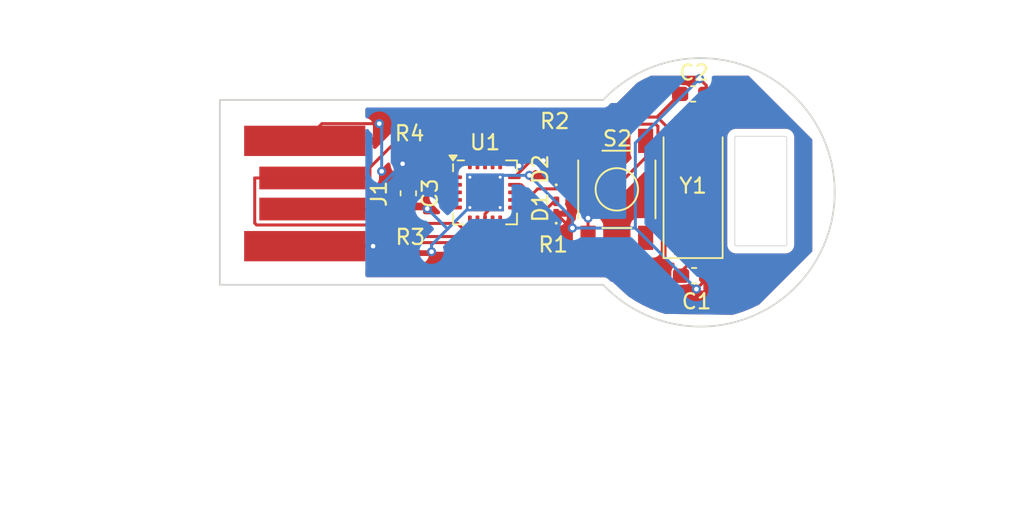
<source format=kicad_pcb>
(kicad_pcb (version 20240108) (generator "pcbnew") (generator_version "8.0")
  (layers (0 "F.Cu" signal) (31 "B.Cu" signal) (34 "B.Paste" user) (35 "F.Paste" user) (36 "B.SilkS" user "B.Silkscreen") (37 "F.SilkS" user "F.Silkscreen") (38 "B.Mask" user) (39 "F.Mask" user) (44 "Edge.Cuts" user))
  (net 0 "")
  (net 1 "GND")
  (net 2 "Net-(U1-XTAL1{slash}PB3)")
  (net 3 "Net-(U1-XTAL2{slash}PB4)")
  (net 4 "Net-(D1-A)")
  (net 5 "Net-(D2-A)")
  (net 6 "+5V")
  (net 7 "Net-(U1-~{RESET}{slash}PB5)")
  (net 8 "Net-(U1-PB2)")
  (net 9 "/Data+")
  (net 12 "/Data-")
  (footprint "Capacitor_SMD:C_0603_1608Metric_Pad1.08x0.95mm_HandSolder" (layer "F.Cu") (at 169.6375 77.1)
    (property "Reference" "C2" (at 0.0625 -1.4 0) (layer "F.SilkS"))
    (property "Value" "22pF" (hide yes))
    (fp_line (start -0.146267 -0.51) (end 0.146267 -0.51) (stroke (width 0.12)) (layer "F.SilkS"))
    (fp_line (start -0.146267 0.51) (end 0.146267 0.51) (stroke (width 0.12)) (layer "F.SilkS"))
    (pad "1" smd roundrect (at -0.8625 0) (size 1.075 0.95) (layers "F.Cu" "F.Paste" "F.Mask") (net 3 "Net-(U1-XTAL2{slash}PB4)") (clearance 0.1))
    (pad "2" smd roundrect (at 0.8625 0) (size 1.075 0.95) (layers "F.Cu" "F.Paste" "F.Mask") (net 1 "GND") (clearance 0.1))
  )
  (footprint "Resistor_SMD:R_0201_0603Metric_Pad0.64x0.40mm_HandSolder" (layer "F.Cu") (at 160.4 88.1)
    (property "Reference" "R1" (at 0 -1.05 0) (layer "F.SilkS"))
    (property "Value" "10k" (hide yes))
    (pad "1" smd roundrect (at -0.4075 0) (size 0.635 0.4) (layers "F.Cu" "F.Mask") (net 4 "Net-(D1-A)") (clearance 0.05))
    (pad "2" smd roundrect (at 0.4075 0) (size 0.635 0.4) (layers "F.Cu" "F.Mask") (net 6 "+5V") (clearance 0.05))
  )
  (footprint "PTS525SM15SMTR2LFS:SW_PTS525SM15SMTR2LFS" (layer "F.Cu") (at 164.6 83.4 -90)
    (property "Reference" "S2" (at -3.35 -0.03 0) (layer "F.SilkS") (effects (font (size 1.001496 1.001496))))
    (property "Value" "PTS525SM15SMTR2LFS" (hide yes))
    (fp_line (start -1.9125 2.55) (end 1.9125 2.55) (stroke (width 0.127)) (layer "F.SilkS"))
    (fp_line (start -2.55 -0.95625) (end -2.55 0.95625) (stroke (width 0.127)) (layer "F.SilkS"))
    (fp_line (start 2.55 -0.95625) (end 2.55 0.95625) (stroke (width 0.127)) (layer "F.SilkS"))
    (fp_line (start -1.9125 -2.55) (end 1.9125 -2.55) (stroke (width 0.127)) (layer "F.SilkS"))
    (fp_circle (center 0 0) (end 1.4 0) (stroke (width 0.127)) (fill none) (layer "F.SilkS"))
    (pad "1" smd rect (at -3.2 -1.9 270) (size 1.6 1) (layers "F.Cu" "F.Paste" "F.Mask") (net 8 "Net-(U1-PB2)"))
    (pad "2" smd rect (at 3.2 -1.9 270) (size 1.6 1) (layers "F.Cu" "F.Paste" "F.Mask"))
    (pad "3" smd rect (at -3.2 1.9 270) (size 1.6 1) (layers "F.Cu" "F.Paste" "F.Mask"))
    (pad "4" smd rect (at 3.2 1.9 270) (size 1.6 1) (layers "F.Cu" "F.Paste" "F.Mask") (net 6 "+5V"))
  )
  (footprint "Crystal:Crystal_SMD_0603-2Pin_6.0x3.5mm_HandSoldering" (layer "F.Cu") (at 169.6335 83.1613 90)
    (property "Reference" "Y1" (at 0 0 0) (layer "F.SilkS"))
    (property "Value" "12MHz" (hide yes))
    (fp_line (start 3.2 -1.95) (end -4.775 -1.95) (stroke (width 0.12)) (layer "F.SilkS"))
    (fp_line (start -4.775 -1.95) (end -4.775 1.95) (stroke (width 0.12)) (layer "F.SilkS"))
    (fp_line (start -4.775 1.95) (end 3.2 1.95) (stroke (width 0.12)) (layer "F.SilkS"))
    (pad "1" smd rect (at -2.9125 0 90) (size 3.325 2.5) (layers "F.Cu" "F.Paste" "F.Mask") (net 2 "Net-(U1-XTAL1{slash}PB3)"))
    (pad "2" smd rect (at 2.9125 0 90) (size 3.325 2.5) (layers "F.Cu" "F.Paste" "F.Mask") (net 3 "Net-(U1-XTAL2{slash}PB4)"))
  )
  (footprint "LED_SMD:LED_0201_0603Metric_Pad0.64x0.40mm_HandSolder" (layer "F.Cu") (at 160.6 84.6 90)
    (property "Reference" "D1" (at 0 -1.05 90) (layer "F.SilkS"))
    (property "Value" "LED RED" (hide yes))
    (fp_circle (center -1.035 0) (end -0.985 0) (stroke (width 0.1)) (fill none) (layer "F.SilkS"))
    (pad "1" smd roundrect (at -0.4075 0 90) (size 0.635 0.4) (layers "F.Cu" "F.Mask") (net 1 "GND") (clearance 0.05))
    (pad "2" smd roundrect (at 0.4075 0 90) (size 0.635 0.4) (layers "F.Cu" "F.Mask") (net 4 "Net-(D1-A)") (clearance 0.05))
  )
  (footprint "Resistor_SMD:R_0201_0603Metric_Pad0.64x0.40mm_HandSolder" (layer "F.Cu") (at 160.5 80.2)
    (property "Reference" "R2" (at 0 -1.3 0) (layer "F.SilkS"))
    (property "Value" "330" (hide yes))
    (pad "1" smd roundrect (at -0.4075 0) (size 0.635 0.4) (layers "F.Cu" "F.Mask") (net 7 "Net-(U1-~{RESET}{slash}PB5)") (clearance 0.05))
    (pad "2" smd roundrect (at 0.4075 0) (size 0.635 0.4) (layers "F.Cu" "F.Mask") (net 5 "Net-(D2-A)") (clearance 0.05))
  )
  (footprint "Resistor_SMD:R_0201_0603Metric_Pad0.64x0.40mm_HandSolder" (layer "F.Cu") (at 150.8675 80.7)
    (property "Reference" "R4" (at 0.0525 -0.99 0) (layer "F.SilkS"))
    (property "Value" "1k5" (hide yes))
    (pad "1" smd roundrect (at -0.4075 0) (size 0.635 0.4) (layers "F.Cu" "F.Mask") (net 6 "+5V") (clearance 0.05))
    (pad "2" smd roundrect (at 0.4075 0) (size 0.635 0.4) (layers "F.Cu" "F.Mask") (net 9 "/Data+") (clearance 0.05))
  )
  (footprint "USB-AM-S-X-X-TH:USB_PCB" (layer "F.Cu") (at 149.45 83.7 90)
    (property "Reference" "J1" (at 0 -0.55 90) (layer "F.SilkS"))
    (property "Value" "USB-AM-S-X-X-TH" (hide yes))
    (pad "01" smd rect (at -3.45 -5.45 90) (size 2 8) (layers "F.Cu" "F.Paste" "F.Mask") (net 6 "+5V"))
    (pad "02" smd rect (at -1 -4.95 90) (size 1.5 7) (layers "F.Cu" "F.Paste" "F.Mask") (net 12 "/Data-"))
    (pad "03" smd rect (at 1.05 -4.95 90) (size 1.5 7) (layers "F.Cu" "F.Paste" "F.Mask") (net 9 "/Data+"))
    (pad "04" smd rect (at 3.5 -5.45 90) (size 2 8) (layers "F.Cu" "F.Paste" "F.Mask") (net 1 "GND"))
  )
  (footprint "Capacitor_SMD:C_0603_1608Metric_Pad1.08x0.95mm_HandSolder" (layer "F.Cu") (at 150.8375 83.6625 -90)
    (property "Reference" "C3" (at 0 -1.43 90) (layer "F.SilkS"))
    (property "Value" "0.1uF" (hide yes))
    (fp_line (start -0.146267 0.51) (end 0.146267 0.51) (stroke (width 0.12)) (layer "F.SilkS"))
    (fp_line (start -0.146267 -0.51) (end 0.146267 -0.51) (stroke (width 0.12)) (layer "F.SilkS"))
    (pad "1" smd roundrect (at -0.8625 0 270) (size 1.075 0.95) (layers "F.Cu" "F.Paste" "F.Mask") (net 6 "+5V"))
    (pad "2" smd roundrect (at 0.8625 0 270) (size 1.075 0.95) (layers "F.Cu" "F.Paste" "F.Mask") (net 1 "GND"))
  )
  (footprint "Resistor_SMD:R_0201_0603Metric_Pad0.64x0.40mm_HandSolder" (layer "F.Cu") (at 150.9675 87.6)
    (property "Reference" "R3" (at 0 -1.05 0) (layer "F.SilkS"))
    (property "Value" "10k" (hide yes))
    (pad "1" smd roundrect (at -0.4075 0) (size 0.635 0.4) (layers "F.Cu" "F.Mask") (net 8 "Net-(U1-PB2)") (clearance 0.05))
    (pad "2" smd roundrect (at 0.4075 0) (size 0.635 0.4) (layers "F.Cu" "F.Mask") (net 1 "GND") (clearance 0.05))
  )
  (footprint "Capacitor_SMD:C_0603_1608Metric_Pad1.08x0.95mm_HandSolder" (layer "F.Cu") (at 169.7 89.1)
    (property "Reference" "C1" (at 0.1625 1.7 0) (layer "F.SilkS"))
    (property "Value" "22pF" (hide yes))
    (fp_line (start -0.146267 -0.51) (end 0.146267 -0.51) (stroke (width 0.12)) (layer "F.SilkS"))
    (fp_line (start -0.146267 0.51) (end 0.146267 0.51) (stroke (width 0.12)) (layer "F.SilkS"))
    (pad "1" smd roundrect (at -0.8625 0) (size 1.075 0.95) (layers "F.Cu" "F.Paste" "F.Mask") (net 2 "Net-(U1-XTAL1{slash}PB3)") (clearance 0.1))
    (pad "2" smd roundrect (at 0.8625 0) (size 1.075 0.95) (layers "F.Cu" "F.Paste" "F.Mask") (net 1 "GND") (clearance 0.1))
  )
  (footprint "Package_DFN_QFN:QFN-20-1EP_4x4mm_P0.5mm_EP2.5x2.5mm_ThermalVias" (layer "F.Cu") (at 155.9 83.6)
    (property "Reference" "U1" (at 0 -3.3 0) (layer "F.SilkS"))
    (property "Value" "ATtiny85-20M" (hide yes))
    (fp_line (start -2.11 -1.385) (end -2.11 -1.87) (stroke (width 0.12)) (layer "F.SilkS"))
    (fp_line (start -2.11 2.11) (end -2.11 1.385) (stroke (width 0.12)) (layer "F.SilkS"))
    (fp_line (start -1.385 -2.11) (end -1.81 -2.11) (stroke (width 0.12)) (layer "F.SilkS"))
    (fp_line (start -1.385 2.11) (end -2.11 2.11) (stroke (width 0.12)) (layer "F.SilkS"))
    (fp_line (start 1.385 -2.11) (end 2.11 -2.11) (stroke (width 0.12)) (layer "F.SilkS"))
    (fp_line (start 1.385 2.11) (end 2.11 2.11) (stroke (width 0.12)) (layer "F.SilkS"))
    (fp_line (start 2.11 -2.11) (end 2.11 -1.385) (stroke (width 0.12)) (layer "F.SilkS"))
    (fp_line (start 2.11 2.11) (end 2.11 1.385) (stroke (width 0.12)) (layer "F.SilkS"))
    (fp_poly (pts (xy -2.11 -2.11) (xy -2.35 -2.44) (xy -1.87 -2.44) (xy -2.11 -2.11)) (stroke (width 0.12)) (fill solid) (layer "F.SilkS"))
    (pad "1" smd roundrect (at -1.9375 -1) (size 0.825 0.25) (layers "F.Cu" "F.Paste" "F.Mask") (net 7 "Net-(U1-~{RESET}{slash}PB5)"))
    (pad "2" smd roundrect (at -1.9375 -0.5) (size 0.825 0.25) (layers "F.Cu" "F.Paste" "F.Mask") (net 2 "Net-(U1-XTAL1{slash}PB3)"))
    (pad "3" smd roundrect (at -1.9375 0) (size 0.825 0.25) (layers "F.Cu" "F.Paste" "F.Mask"))
    (pad "4" smd roundrect (at -1.9375 0.5) (size 0.825 0.25) (layers "F.Cu" "F.Paste" "F.Mask"))
    (pad "5" smd roundrect (at -1.9375 1) (size 0.825 0.25) (layers "F.Cu" "F.Paste" "F.Mask") (net 3 "Net-(U1-XTAL2{slash}PB4)"))
    (pad "6" smd roundrect (at -1 1.9375) (size 0.25 0.825) (layers "F.Cu" "F.Paste" "F.Mask"))
    (pad "7" smd roundrect (at -0.5 1.9375) (size 0.25 0.825) (layers "F.Cu" "F.Paste" "F.Mask"))
    (pad "8" smd roundrect (at 0 1.9375) (size 0.25 0.825) (layers "F.Cu" "F.Paste" "F.Mask") (net 1 "GND"))
    (pad "9" smd roundrect (at 0.5 1.9375) (size 0.25 0.825) (layers "F.Cu" "F.Paste" "F.Mask"))
    (pad "10" smd roundrect (at 1 1.9375) (size 0.25 0.825) (layers "F.Cu" "F.Paste" "F.Mask"))
    (pad "11" smd roundrect (at 1.9375 1) (size 0.825 0.25) (layers "F.Cu" "F.Paste" "F.Mask") (net 12 "/Data-"))
    (pad "12" smd roundrect (at 1.9375 0.5) (size 0.825 0.25) (layers "F.Cu" "F.Paste" "F.Mask") (net 9 "/Data+"))
    (pad "13" smd roundrect (at 1.9375 0) (size 0.825 0.25) (layers "F.Cu" "F.Paste" "F.Mask"))
    (pad "14" smd roundrect (at 1.9375 -0.5) (size 0.825 0.25) (layers "F.Cu" "F.Paste" "F.Mask") (net 8 "Net-(U1-PB2)"))
    (pad "15" smd roundrect (at 1.9375 -1) (size 0.825 0.25) (layers "F.Cu" "F.Paste" "F.Mask") (net 6 "+5V"))
    (pad "16" smd roundrect (at 1 -1.9375) (size 0.25 0.825) (layers "F.Cu" "F.Paste" "F.Mask"))
    (pad "17" smd roundrect (at 0.5 -1.9375) (size 0.25 0.825) (layers "F.Cu" "F.Paste" "F.Mask"))
    (pad "18" smd roundrect (at 0 -1.9375) (size 0.25 0.825) (layers "F.Cu" "F.Paste" "F.Mask"))
    (pad "19" smd roundrect (at -0.5 -1.9375) (size 0.25 0.825) (layers "F.Cu" "F.Paste" "F.Mask"))
    (pad "20" smd roundrect (at -1 -1.9375) (size 0.25 0.825) (layers "F.Cu" "F.Paste" "F.Mask"))
    (pad "21" thru_hole circle (at -1 -1) (size 0.5 0.5) (drill 0.2) (property pad_prop_heatsink) (layers "*.Cu") (net 1 "GND"))
    (pad "21" thru_hole circle (at -1 1) (size 0.5 0.5) (drill 0.2) (property pad_prop_heatsink) (layers "*.Cu") (net 1 "GND"))
    (pad "21" smd rect (at 0 0) (size 2.5 2.5) (property pad_prop_heatsink) (layers "F.Cu" "F.Mask") (net 1 "GND"))
    (pad "21" smd rect (at 0 0) (size 2.5 2.5) (property pad_prop_heatsink) (layers "B.Cu") (net 1 "GND"))
    (pad "21" thru_hole circle (at 1 -1) (size 0.5 0.5) (drill 0.2) (property pad_prop_heatsink) (layers "*.Cu") (net 1 "GND"))
    (pad "21" thru_hole circle (at 1 1) (size 0.5 0.5) (drill 0.2) (property pad_prop_heatsink) (layers "*.Cu") (net 1 "GND"))
  )
  (footprint "LED_SMD:LED_0201_0603Metric_Pad0.64x0.40mm_HandSolder" (layer "F.Cu") (at 160.6 82.0675 90)
    (property "Reference" "D2" (at 0 -1.05 90) (layer "F.SilkS"))
    (property "Value" "LED GREEN" (hide yes))
    (fp_circle (center -1.035 0) (end -0.985 0) (stroke (width 0.1)) (fill none) (layer "F.SilkS"))
    (pad "1" smd roundrect (at -0.4075 0 90) (size 0.635 0.4) (layers "F.Cu" "F.Mask") (net 1 "GND") (clearance 0.05))
    (pad "2" smd roundrect (at 0.4075 0 90) (size 0.635 0.4) (layers "F.Cu" "F.Mask") (net 5 "Net-(D2-A)") (clearance 0.05))
  )
  (gr_line (start 175.814644 87.029289) (end 175.814644 80) (stroke (width 0.05)) (layer "Edge.Cuts"))
  (gr_line (start 175.714644 79.9) (end 172.485355 79.9) (stroke (width 0.05)) (layer "Edge.Cuts"))
  (gr_line (start 175.714644 87.129289) (end 172.485355 87.129289) (stroke (width 0.05)) (layer "Edge.Cuts"))
  (gr_arc (start 175.814644 87.029289) (mid 175.785355 87.1) (end 175.714644 87.129289) (stroke (width 0.05)) (layer "Edge.Cuts"))
  (gr_arc (start 172.385355 80) (mid 172.414644 79.929289) (end 172.485355 79.9) (stroke (width 0.05)) (layer "Edge.Cuts"))
  (gr_line (start 138.4 89.7) (end 138.4 77.5) (stroke (width 0.12)) (layer "Edge.Cuts"))
  (gr_arc (start 172.485355 87.129289) (mid 172.414644 87.1) (end 172.385355 87.029289) (stroke (width 0.05)) (layer "Edge.Cuts"))
  (gr_line (start 163.7 77.5) (end 138.4 77.5) (stroke (width 0.12)) (layer "Edge.Cuts"))
  (gr_line (start 172.385355 87.029289) (end 172.385355 80) (stroke (width 0.05)) (layer "Edge.Cuts"))
  (gr_arc (start 163.697479 77.497606) (mid 178.98166 83.595644) (end 163.700001 89.699999) (stroke (width 0.12)) (layer "Edge.Cuts"))
  (gr_line (start 163.7 89.7) (end 138.4 89.7) (stroke (width 0.12)) (layer "Edge.Cuts"))
  (gr_arc (start 175.714644 79.9) (mid 175.785355 79.929289) (end 175.814644 80) (stroke (width 0.05)) (layer "Edge.Cuts"))
  (segment (start 148.9209 79.0625) (end 145.1375 79.0625) (width 0.2) (layer "F.Cu") (net 1))
  (segment (start 170.5 77.1) (end 170.5 76.5374) (width 0.2) (layer "F.Cu") (net 1))
  (segment (start 151.375 87.6) (end 151.4566 87.5184) (width 0.2) (layer "F.Cu") (net 1))
  (segment (start 160.6 82.475) (end 158.827 82.475) (width 0.2) (layer "F.Cu") (net 1))
  (segment (start 156.609 84.3089) (end 155.9 83.6) (width 0.2) (layer "F.Cu") (net 1))
  (segment (start 151.4566 87.5184) (end 152.3709 87.5184) (width 0.2) (layer "F.Cu") (net 1))
  (segment (start 156.9 84.6) (end 156.609 84.3089) (width 0.2) (layer "F.Cu") (net 1))
  (segment (start 155.9 85.0179) (end 155.9 85.5375) (width 0.2) (layer "F.Cu") (net 1))
  (segment (start 161.5469 85.9544) (end 161.6688 85.9544) (width 0.2) (layer "F.Cu") (net 1))
  (segment (start 145.1375 79.0625) (end 144 80.2) (width 0.2) (layer "F.Cu") (net 1))
  (segment (start 156.609 84.3089) (end 155.9 85.0179) (width 0.2) (layer "F.Cu") (net 1))
  (segment (start 150.9871 84.6746) (end 152.0881 84.6746) (width 0.2) (layer "F.Cu") (net 1))
  (segment (start 150.8375 84.525) (end 150.9871 84.6746) (width 0.2) (layer "F.Cu") (net 1))
  (segment (start 170.5625 89.2735) (end 170.5625 89.1) (width 0.2) (layer "F.Cu") (net 1))
  (segment (start 149.0785 82.2108) (end 149.0785 82.766) (width 0.2) (layer "F.Cu") (net 1))
  (segment (start 170.5 76.5374) (end 170.0625 76.0999) (width 0.2) (layer "F.Cu") (net 1))
  (segment (start 169.8521 89.9839) (end 170.5625 89.2735) (width 0.2) (layer "F.Cu") (net 1))
  (segment (start 149.0785 82.766) (end 150.8375 84.525) (width 0.2) (layer "F.Cu") (net 1))
  (segment (start 160.6 85.0075) (end 161.5469 85.9544) (width 0.2) (layer "F.Cu") (net 1))
  (via (at 149.0785 82.2108) (size 0.6) (drill 0.3) (layers "F.Cu" "B.Cu") (net 1))
  (via (at 169.8521 89.9839) (size 0.6) (drill 0.3) (layers "F.Cu" "B.Cu") (net 1))
  (via (at 152.3709 87.5184) (size 0.6) (drill 0.3) (layers "F.Cu" "B.Cu") (net 1))
  (via (at 170.0625 76.0999) (size 0.6) (drill 0.3) (layers "F.Cu" "B.Cu") (net 1))
  (via (at 152.0881 84.6746) (size 0.6) (drill 0.3) (layers "F.Cu" "B.Cu") (net 1))
  (via (at 158.827 82.475) (size 0.6) (drill 0.3) (layers "F.Cu" "B.Cu") (net 1))
  (via (at 161.6688 85.9544) (size 0.6) (drill 0.3) (layers "F.Cu" "B.Cu") (net 1))
  (via (at 148.9209 79.0625) (size 0.6) (drill 0.3) (layers "F.Cu" "B.Cu") (net 1))
  (segment (start 155.9 83.6) (end 156.9 82.6) (width 0.2) (layer "B.Cu") (net 1))
  (segment (start 154.842 84.6) (end 154.9 84.6) (width 0.2) (layer "B.Cu") (net 1))
  (segment (start 161.6688 85.3168) (end 158.827 82.475) (width 0.2) (layer "B.Cu") (net 1))
  (segment (start 152.3709 87.0711) (end 153.4278 86.0142) (width 0.2) (layer "B.Cu") (net 1))
  (segment (start 157.025 82.475) (end 158.827 82.475) (width 0.2) (layer "B.Cu") (net 1))
  (segment (start 148.9209 79.0625) (end 149.0785 79.2201) (width 0.2) (layer "B.Cu") (net 1))
  (segment (start 156.9 82.6) (end 157.025 82.475) (width 0.2) (layer "B.Cu") (net 1))
  (segment (start 153.4278 86.0142) (end 154.842 84.6) (width 0.2) (layer "B.Cu") (net 1))
  (segment (start 165.8226 80.3398) (end 170.0625 76.0999) (width 0.2) (layer "B.Cu") (net 1))
  (segment (start 149.0785 79.2201) (end 149.0785 82.2108) (width 0.2) (layer "B.Cu") (net 1))
  (segment (start 155.9 83.6) (end 156.9 84.6) (width 0.2) (layer "B.Cu") (net 1))
  (segment (start 154.9 84.6) (end 155.9 83.6) (width 0.2) (layer "B.Cu") (net 1))
  (segment (start 165.8226 85.9544) (end 165.8226 80.3398) (width 0.2) (layer "B.Cu") (net 1))
  (segment (start 165.8226 85.9544) (end 169.8521 89.9839) (width 0.2) (layer "B.Cu") (net 1))
  (segment (start 154.9 82.6) (end 155.9 83.6) (width 0.2) (layer "B.Cu") (net 1))
  (segment (start 161.6688 85.9544) (end 165.8226 85.9544) (width 0.2) (layer "B.Cu") (net 1))
  (segment (start 152.3709 87.5184) (end 152.3709 87.0711) (width 0.2) (layer "B.Cu") (net 1))
  (segment (start 161.6688 85.9544) (end 161.6688 85.3168) (width 0.2) (layer "B.Cu") (net 1))
  (segment (start 153.4278 86.0142) (end 152.0881 84.6746) (width 0.2) (layer "B.Cu") (net 1))
  (segment (start 168.8375 88.834) (end 168.8375 89.1) (width 0.2) (layer "F.Cu") (net 2))
  (segment (start 154.7323 80.2433) (end 153.2343 81.7413) (width 0.2) (layer "F.Cu") (net 2))
  (segment (start 167.1646 79.0983) (end 156.2033 79.0983) (width 0.2) (layer "F.Cu") (net 2))
  (segment (start 167.3115 79.2452) (end 167.1646 79.0983) (width 0.2) (layer "F.Cu") (net 2))
  (segment (start 169.6335 86.0738) (end 168.0818 86.0738) (width 0.2) (layer "F.Cu") (net 2))
  (segment (start 169.6335 87.0559) (end 169.6335 88.038) (width 0.2) (layer "F.Cu") (net 2))
  (segment (start 153.2343 82.7998) (end 153.5345 83.1) (width 0.2) (layer "F.Cu") (net 2))
  (segment (start 153.2343 81.7413) (end 153.2343 82.7998) (width 0.2) (layer "F.Cu") (net 2))
  (segment (start 168.0818 86.0738) (end 167.3115 85.3035) (width 0.2) (layer "F.Cu") (net 2))
  (segment (start 167.3115 85.3035) (end 167.3115 79.2452) (width 0.2) (layer "F.Cu") (net 2))
  (segment (start 169.6335 88.038) (end 168.8375 88.834) (width 0.2) (layer "F.Cu") (net 2))
  (segment (start 169.6335 87.0559) (end 169.6335 86.0738) (width 0.2) (layer "F.Cu") (net 2))
  (segment (start 156.2033 79.0983) (end 155.0583 80.2433) (width 0.2) (layer "F.Cu") (net 2))
  (segment (start 153.5345 83.1) (end 153.9625 83.1) (width 0.2) (layer "F.Cu") (net 2))
  (segment (start 155.0583 80.2433) (end 154.7323 80.2433) (width 0.2) (layer "F.Cu") (net 2))
  (segment (start 168.2481 80.2488) (end 168.2481 79.6123) (width 0.2) (layer "F.Cu") (net 3))
  (segment (start 168.775 77.1) (end 167.265 78.61) (width 0.2) (layer "F.Cu") (net 3))
  (segment (start 167.265 78.61) (end 167.265 78.6292) (width 0.2) (layer "F.Cu") (net 3))
  (segment (start 152.8326 83.9173) (end 153.5153 84.6) (width 0.2) (layer "F.Cu") (net 3))
  (segment (start 168.2481 79.6123) (end 167.265 78.6292) (width 0.2) (layer "F.Cu") (net 3))
  (segment (start 169.6335 80.2488) (end 168.2481 80.2488) (width 0.2) (layer "F.Cu") (net 3))
  (segment (start 152.8326 81.575) (end 152.8326 83.9173) (width 0.2) (layer "F.Cu") (net 3))
  (segment (start 167.265 78.6292) (end 155.7784 78.6292) (width 0.2) (layer "F.Cu") (net 3))
  (segment (start 153.5153 84.6) (end 153.9625 84.6) (width 0.2) (layer "F.Cu") (net 3))
  (segment (start 155.7784 78.6292) (end 152.8326 81.575) (width 0.2) (layer "F.Cu") (net 3))
  (segment (start 160.6 84.1925) (end 160.4662 84.1925) (width 0.2) (layer "F.Cu") (net 4))
  (segment (start 160.4662 84.1925) (end 159.9925 84.6662) (width 0.2) (layer "F.Cu") (net 4))
  (segment (start 159.9925 84.6662) (end 159.9925 88.1) (width 0.2) (layer "F.Cu") (net 4))
  (segment (start 160.6 81.66) (end 160.9075 81.3525) (width 0.2) (layer "F.Cu") (net 5))
  (segment (start 160.9075 81.3525) (end 160.9075 80.2) (width 0.2) (layer "F.Cu") (net 5))
  (segment (start 150.46 81.7114) (end 150.46 82.4225) (width 0.2) (layer "F.Cu") (net 6))
  (segment (start 144 87.15) (end 148.3017 87.15) (width 0.2) (layer "F.Cu") (net 6))
  (segment (start 162.7 85.2953) (end 162.7 86.6) (width 0.2) (layer "F.Cu") (net 6))
  (segment (start 161.2058 87.7017) (end 162.7 87.7017) (width 0.2) (layer "F.Cu") (net 6))
  (segment (start 158.9445 81.493) (end 159.7574 81.493) (width 0.2) (layer "F.Cu") (net 6))
  (segment (start 158.3666 82.0709) (end 158.9445 81.493) (width 0.2) (layer "F.Cu") (net 6))
  (segment (start 150.46 82.4225) (end 150.8375 82.8) (width 0.2) (layer "F.Cu") (net 6))
  (segment (start 157.8375 82.6) (end 158.3666 82.0709) (width 0.2) (layer "F.Cu") (net 6))
  (segment (start 158.3666 82.0709) (end 158.1452 81.8496) (width 0.2) (layer "F.Cu") (net 6))
  (segment (start 148.3017 87.15) (end 148.5125 87.15) (width 0.2) (layer "F.Cu") (net 6))
  (segment (start 150.46 80.7) (end 150.46 81.7114) (width 0.2) (layer "F.Cu") (net 6))
  (segment (start 162.7 86.6) (end 162.7 87.7017) (width 0.2) (layer "F.Cu") (net 6))
  (segment (start 160.8075 88.1) (end 161.2058 87.7017) (width 0.2) (layer "F.Cu") (net 6))
  (via (at 159.7574 81.493) (size 0.6) (drill 0.3) (layers "F.Cu" "B.Cu") (net 6))
  (via (at 158.1452 81.8496) (size 0.6) (drill 0.3) (layers "F.Cu" "B.Cu") (net 6))
  (via (at 162.7 85.2953) (size 0.6) (drill 0.3) (layers "F.Cu" "B.Cu") (net 6))
  (via (at 150.46 81.7114) (size 0.6) (drill 0.3) (layers "F.Cu" "B.Cu") (net 6))
  (via (at 148.5125 87.15) (size 0.6) (drill 0.3) (layers "F.Cu" "B.Cu") (net 6))
  (segment (start 158.007 81.7114) (end 158.1452 81.8496) (width 0.2) (layer "B.Cu") (net 6))
  (segment (start 150.46 81.7114) (end 158.007 81.7114) (width 0.2) (layer "B.Cu") (net 6))
  (segment (start 162.7 84.4356) (end 162.7 85.2953) (width 0.2) (layer "B.Cu") (net 6))
  (segment (start 159.7574 81.493) (end 162.7 84.4356) (width 0.2) (layer "B.Cu") (net 6))
  (segment (start 148.5125 83.6589) (end 148.5125 87.15) (width 0.2) (layer "B.Cu") (net 6))
  (segment (start 150.46 81.7114) (end 148.5125 83.6589) (width 0.2) (layer "B.Cu") (net 6))
  (segment (start 159.5258 80.7667) (end 160.0925 80.2) (width 0.2) (layer "F.Cu") (net 7))
  (segment (start 154.8176 80.7667) (end 159.5258 80.7667) (width 0.2) (layer "F.Cu") (net 7))
  (segment (start 153.9625 82.6) (end 153.9625 81.6218) (width 0.2) (layer "F.Cu") (net 7))
  (segment (start 153.9625 81.6218) (end 154.8176 80.7667) (width 0.2) (layer "F.Cu") (net 7))
  (segment (start 166.5 81.3017) (end 164.4356 83.3661) (width 0.2) (layer "F.Cu") (net 8))
  (segment (start 164.4356 83.3661) (end 159.3802 83.3661) (width 0.2) (layer "F.Cu") (net 8))
  (segment (start 154.2865 87.0671) (end 157.4673 87.0671) (width 0.2) (layer "F.Cu") (net 8))
  (segment (start 166.5 80.2) (end 166.5 81.3017) (width 0.2) (layer "F.Cu") (net 8))
  (segment (start 158.2945 83.1) (end 157.8375 83.1) (width 0.2) (layer "F.Cu") (net 8))
  (segment (start 157.4673 87.0671) (end 158.9704 85.564) (width 0.2) (layer "F.Cu") (net 8))
  (segment (start 159.3802 83.3661) (end 158.9704 83.7759) (width 0.2) (layer "F.Cu") (net 8))
  (segment (start 154.136 86.9166) (end 154.2865 87.0671) (width 0.2) (layer "F.Cu") (net 8))
  (segment (start 150.56 87.6) (end 150.56 87.5283) (width 0.2) (layer "F.Cu") (net 8))
  (segment (start 158.9704 85.564) (end 158.9704 83.7759) (width 0.2) (layer "F.Cu") (net 8))
  (segment (start 151.1717 86.9166) (end 154.136 86.9166) (width 0.2) (layer "F.Cu") (net 8))
  (segment (start 150.56 87.5283) (end 151.1717 86.9166) (width 0.2) (layer "F.Cu") (net 8))
  (segment (start 158.9704 83.7759) (end 158.2945 83.1) (width 0.2) (layer "F.Cu") (net 8))
  (segment (start 154.4529 86.6654) (end 157.301 86.6654) (width 0.2) (layer "F.Cu") (net 9))
  (segment (start 154.3023 86.5148) (end 154.4529 86.6654) (width 0.2) (layer "F.Cu") (net 9))
  (segment (start 140.6983 82.65) (end 140.6983 85.6277) (width 0.2) (layer "F.Cu") (net 9))
  (segment (start 148.1606 82.65) (end 148.3017 82.65) (width 0.2) (layer "F.Cu") (net 9))
  (segment (start 150.8545 80.1592) (end 151.275 80.5797) (width 0.2) (layer "F.Cu") (net 9))
  (segment (start 158.5603 84.3292) (end 158.3311 84.1) (width 0.2) (layer "F.Cu") (net 9))
  (segment (start 158.5603 85.4061) (end 158.5603 84.3292) (width 0.2) (layer "F.Cu") (net 9))
  (segment (start 140.8223 85.7517) (end 148.311 85.7517) (width 0.2) (layer "F.Cu") (net 9))
  (segment (start 146.2948 82.65) (end 144.5 82.65) (width 0.2) (layer "F.Cu") (net 9))
  (segment (start 140.6983 85.6277) (end 140.8223 85.7517) (width 0.2) (layer "F.Cu") (net 9))
  (segment (start 148.0896 82.65) (end 148.1606 82.65) (width 0.2) (layer "F.Cu") (net 9))
  (segment (start 144.5 82.65) (end 140.6983 82.65) (width 0.2) (layer "F.Cu") (net 9))
  (segment (start 149.0741 86.5148) (end 154.3023 86.5148) (width 0.2) (layer "F.Cu") (net 9))
  (segment (start 151.275 80.5797) (end 151.275 80.7) (width 0.2) (layer "F.Cu") (net 9))
  (segment (start 148.3017 81.9598) (end 150.1023 80.1592) (width 0.2) (layer "F.Cu") (net 9))
  (segment (start 148.3017 82.65) (end 148.3017 81.9598) (width 0.2) (layer "F.Cu") (net 9))
  (segment (start 157.301 86.6654) (end 158.5603 85.4061) (width 0.2) (layer "F.Cu") (net 9))
  (segment (start 158.3311 84.1) (end 157.8375 84.1) (width 0.2) (layer "F.Cu") (net 9))
  (segment (start 150.1023 80.1592) (end 150.8545 80.1592) (width 0.2) (layer "F.Cu") (net 9))
  (segment (start 146.2948 82.65) (end 148.0896 82.65) (width 0.2) (layer "F.Cu") (net 9))
  (segment (start 148.311 85.7517) (end 149.0741 86.5148) (width 0.2) (layer "F.Cu") (net 9))
  (segment (start 154.6982 86.2637) (end 154.0828 85.6483) (width 0.2) (layer "F.Cu") (net 12))
  (segment (start 149.25 85.6483) (end 148.3017 84.7) (width 0.2) (layer "F.Cu") (net 12))
  (segment (start 144.5 84.7) (end 148.3017 84.7) (width 0.2) (layer "F.Cu") (net 12))
  (segment (start 157.8375 85.55) (end 157.1238 86.2637) (width 0.2) (layer "F.Cu") (net 12))
  (segment (start 157.8375 84.6) (end 157.8375 85.55) (width 0.2) (layer "F.Cu") (net 12))
  (segment (start 154.0828 85.6483) (end 149.25 85.6483) (width 0.2) (layer "F.Cu") (net 12))
  (segment (start 157.1238 86.2637) (end 154.6982 86.2637) (width 0.2) (layer "F.Cu") (net 12))
  (zone (net 1) (net_name "GND") (layer "F.Cu") (connect_pads (clearance 0.5)) (min_thickness 0.25) (fill yes (thermal_gap 0.5) (thermal_bridge_width 0.5))
    (polygon (pts (xy 148 77.7) (xy 164.6 77.7) (xy 166.4 75.9) (xy 173.3 75.9) (xy 177.5 80.1) (xy 177.5 87.5) (xy 173.3 91.7) (xy 166.6 91.6) (xy 164.3 89.5) (xy 148 89.6)))
  )
  (zone (net 6) (net_name "+5V") (layer "B.Cu") (connect_pads (clearance 0.5)) (min_thickness 0.25) (fill yes (thermal_gap 0.5) (thermal_bridge_width 0.5))
    (polygon (pts (xy 148 77.7) (xy 164.6 77.7) (xy 166.4 75.9) (xy 173.3 75.9) (xy 177.5 80.1) (xy 177.5 87.5) (xy 173.3 91.7) (xy 166.6 91.6) (xy 164.3 89.5) (xy 148 89.6)))
  )
)
</source>
